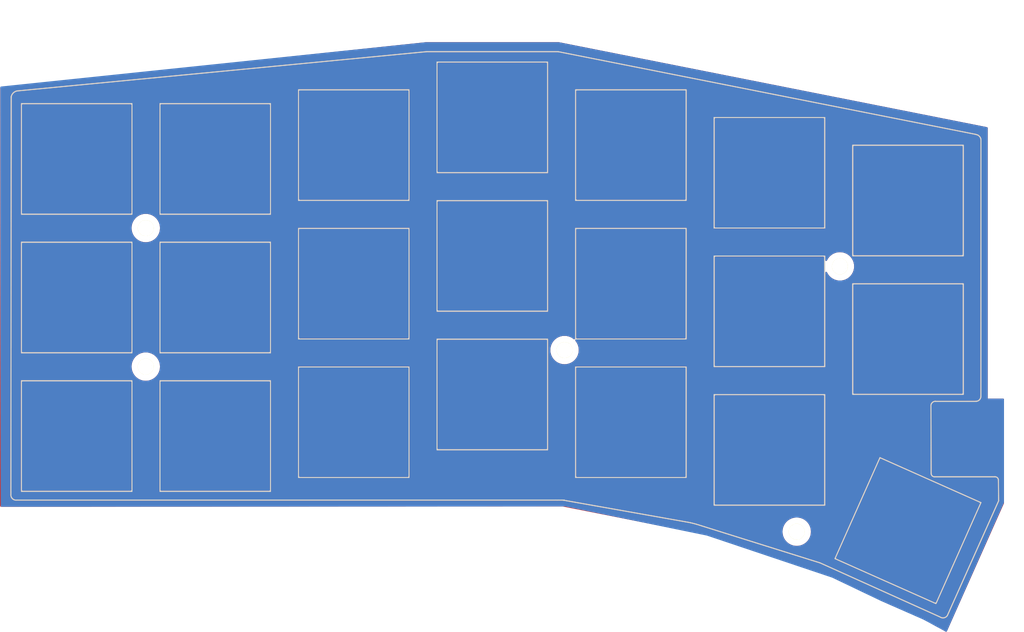
<source format=kicad_pcb>
(kicad_pcb (version 20221018) (generator pcbnew)
  (title_block (title "Pinky3 PCB Design") (date "2018-12-23") (rev "0.3") (company "@tamanishi"))
  (layers (0 "F.Cu" signal) (31 "B.Cu" signal) (34 "B.Paste" user) (35 "F.Paste" user) (36 "B.SilkS" user "B.Silkscreen") (37 "F.SilkS" user "F.Silkscreen") (38 "B.Mask" user) (39 "F.Mask" user) (44 "Edge.Cuts" user))
  (net 0 "")
  (net 1 "GND")
  (footprint "Switch_Keyboard_Hotswap_Kailh:SW_Hotswap_Kailh_Choc_V1V2_hole" (layer "F.Cu") (at 50 69.05 180)
    (fp_text reference "SW2" hide)
    (fp_text value "SW_PUSH" hide)
    (fp_line (start -7.6 -7.6) (end -7.6 7.6) (stroke (width 0.12)) (layer "Edge.Cuts"))
    (fp_line (start -7.6 7.6) (end 7.6 7.6) (stroke (width 0.12)) (layer "Edge.Cuts"))
    (fp_line (start 7.6 -7.6) (end -7.6 -7.6) (stroke (width 0.12)) (layer "Edge.Cuts"))
    (fp_line (start 7.6 7.6) (end 7.6 -7.6) (stroke (width 0.12)) (layer "Edge.Cuts"))
  )
  (footprint "Switch_Keyboard_Hotswap_Kailh:SW_Hotswap_Kailh_Choc_V1V2_hole" (layer "F.Cu") (at 50 88.1 180)
    (fp_text reference "SW3" hide)
    (fp_text value "SW_PUSH" hide)
    (fp_line (start -7.6 -7.6) (end -7.6 7.6) (stroke (width 0.12)) (layer "Edge.Cuts"))
    (fp_line (start -7.6 7.6) (end 7.6 7.6) (stroke (width 0.12)) (layer "Edge.Cuts"))
    (fp_line (start 7.6 -7.6) (end -7.6 -7.6) (stroke (width 0.12)) (layer "Edge.Cuts"))
    (fp_line (start 7.6 7.6) (end 7.6 -7.6) (stroke (width 0.12)) (layer "Edge.Cuts"))
  )
  (footprint "Switch_Keyboard_Hotswap_Kailh:SW_Hotswap_Kailh_Choc_V1V2_hole" (layer "F.Cu") (at 50 107.15 180)
    (fp_text reference "SW4" hide)
    (fp_text value "SW_PUSH" hide)
    (fp_line (start -7.6 -7.6) (end -7.6 7.6) (stroke (width 0.12)) (layer "Edge.Cuts"))
    (fp_line (start -7.6 7.6) (end 7.6 7.6) (stroke (width 0.12)) (layer "Edge.Cuts"))
    (fp_line (start 7.6 -7.6) (end -7.6 -7.6) (stroke (width 0.12)) (layer "Edge.Cuts"))
    (fp_line (start 7.6 7.6) (end 7.6 -7.6) (stroke (width 0.12)) (layer "Edge.Cuts"))
  )
  (footprint "Switch_Keyboard_Hotswap_Kailh:SW_Hotswap_Kailh_Choc_V1V2_hole" (layer "F.Cu") (at 69.05 69.05 180)
    (fp_text reference "SW5" hide)
    (fp_text value "SW_PUSH" hide)
    (fp_line (start -7.6 -7.6) (end -7.6 7.6) (stroke (width 0.12)) (layer "Edge.Cuts"))
    (fp_line (start -7.6 7.6) (end 7.6 7.6) (stroke (width 0.12)) (layer "Edge.Cuts"))
    (fp_line (start 7.6 -7.6) (end -7.6 -7.6) (stroke (width 0.12)) (layer "Edge.Cuts"))
    (fp_line (start 7.6 7.6) (end 7.6 -7.6) (stroke (width 0.12)) (layer "Edge.Cuts"))
  )
  (footprint "Switch_Keyboard_Hotswap_Kailh:SW_Hotswap_Kailh_Choc_V1V2_hole" (layer "F.Cu") (at 69.05 88.1 180)
    (fp_text reference "SW6" hide)
    (fp_text value "SW_PUSH" hide)
    (fp_line (start -7.6 -7.6) (end -7.6 7.6) (stroke (width 0.12)) (layer "Edge.Cuts"))
    (fp_line (start -7.6 7.6) (end 7.6 7.6) (stroke (width 0.12)) (layer "Edge.Cuts"))
    (fp_line (start 7.6 -7.6) (end -7.6 -7.6) (stroke (width 0.12)) (layer "Edge.Cuts"))
    (fp_line (start 7.6 7.6) (end 7.6 -7.6) (stroke (width 0.12)) (layer "Edge.Cuts"))
  )
  (footprint "Switch_Keyboard_Hotswap_Kailh:SW_Hotswap_Kailh_Choc_V1V2_hole" (layer "F.Cu") (at 69.05 107.15 180)
    (fp_text reference "SW7" hide)
    (fp_text value "SW_PUSH" hide)
    (fp_line (start -7.6 -7.6) (end -7.6 7.6) (stroke (width 0.12)) (layer "Edge.Cuts"))
    (fp_line (start -7.6 7.6) (end 7.6 7.6) (stroke (width 0.12)) (layer "Edge.Cuts"))
    (fp_line (start 7.6 -7.6) (end -7.6 -7.6) (stroke (width 0.12)) (layer "Edge.Cuts"))
    (fp_line (start 7.6 7.6) (end 7.6 -7.6) (stroke (width 0.12)) (layer "Edge.Cuts"))
  )
  (footprint "Switch_Keyboard_Hotswap_Kailh:SW_Hotswap_Kailh_Choc_V1V2_hole" (layer "F.Cu") (at 88.1 67.145 180)
    (fp_text reference "SW8" hide)
    (fp_text value "SW_PUSH" hide)
    (fp_line (start -7.6 -7.6) (end -7.6 7.6) (stroke (width 0.12)) (layer "Edge.Cuts"))
    (fp_line (start -7.6 7.6) (end 7.6 7.6) (stroke (width 0.12)) (layer "Edge.Cuts"))
    (fp_line (start 7.6 -7.6) (end -7.6 -7.6) (stroke (width 0.12)) (layer "Edge.Cuts"))
    (fp_line (start 7.6 7.6) (end 7.6 -7.6) (stroke (width 0.12)) (layer "Edge.Cuts"))
  )
  (footprint "Switch_Keyboard_Hotswap_Kailh:SW_Hotswap_Kailh_Choc_V1V2_hole" (layer "F.Cu") (at 88.1 86.195 180)
    (fp_text reference "SW9" hide)
    (fp_text value "SW_PUSH" hide)
    (fp_line (start -7.6 -7.6) (end -7.6 7.6) (stroke (width 0.12)) (layer "Edge.Cuts"))
    (fp_line (start -7.6 7.6) (end 7.6 7.6) (stroke (width 0.12)) (layer "Edge.Cuts"))
    (fp_line (start 7.6 -7.6) (end -7.6 -7.6) (stroke (width 0.12)) (layer "Edge.Cuts"))
    (fp_line (start 7.6 7.6) (end 7.6 -7.6) (stroke (width 0.12)) (layer "Edge.Cuts"))
  )
  (footprint "Switch_Keyboard_Hotswap_Kailh:SW_Hotswap_Kailh_Choc_V1V2_hole" (layer "F.Cu") (at 88.1 105.245 180)
    (fp_text reference "SW10" hide)
    (fp_text value "SW_PUSH" hide)
    (fp_line (start -7.6 -7.6) (end -7.6 7.6) (stroke (width 0.12)) (layer "Edge.Cuts"))
    (fp_line (start -7.6 7.6) (end 7.6 7.6) (stroke (width 0.12)) (layer "Edge.Cuts"))
    (fp_line (start 7.6 -7.6) (end -7.6 -7.6) (stroke (width 0.12)) (layer "Edge.Cuts"))
    (fp_line (start 7.6 7.6) (end 7.6 -7.6) (stroke (width 0.12)) (layer "Edge.Cuts"))
  )
  (footprint "Switch_Keyboard_Hotswap_Kailh:SW_Hotswap_Kailh_Choc_V1V2_hole" (layer "F.Cu") (at 107.15 63.335 180)
    (fp_text reference "SW11" hide)
    (fp_text value "SW_PUSH" hide)
    (fp_line (start -7.6 -7.6) (end -7.6 7.6) (stroke (width 0.12)) (layer "Edge.Cuts"))
    (fp_line (start -7.6 7.6) (end 7.6 7.6) (stroke (width 0.12)) (layer "Edge.Cuts"))
    (fp_line (start 7.6 -7.6) (end -7.6 -7.6) (stroke (width 0.12)) (layer "Edge.Cuts"))
    (fp_line (start 7.6 7.6) (end 7.6 -7.6) (stroke (width 0.12)) (layer "Edge.Cuts"))
  )
  (footprint "Switch_Keyboard_Hotswap_Kailh:SW_Hotswap_Kailh_Choc_V1V2_hole" (layer "F.Cu") (at 107.15 82.385 180)
    (fp_text reference "SW12" hide)
    (fp_text value "SW_PUSH" hide)
    (fp_line (start -7.6 -7.6) (end -7.6 7.6) (stroke (width 0.12)) (layer "Edge.Cuts"))
    (fp_line (start -7.6 7.6) (end 7.6 7.6) (stroke (width 0.12)) (layer "Edge.Cuts"))
    (fp_line (start 7.6 -7.6) (end -7.6 -7.6) (stroke (width 0.12)) (layer "Edge.Cuts"))
    (fp_line (start 7.6 7.6) (end 7.6 -7.6) (stroke (width 0.12)) (layer "Edge.Cuts"))
  )
  (footprint "Switch_Keyboard_Hotswap_Kailh:SW_Hotswap_Kailh_Choc_V1V2_hole" (layer "F.Cu") (at 107.15 101.435 180)
    (fp_text reference "SW13" hide)
    (fp_text value "SW_PUSH" hide)
    (fp_line (start -7.6 -7.6) (end -7.6 7.6) (stroke (width 0.12)) (layer "Edge.Cuts"))
    (fp_line (start -7.6 7.6) (end 7.6 7.6) (stroke (width 0.12)) (layer "Edge.Cuts"))
    (fp_line (start 7.6 -7.6) (end -7.6 -7.6) (stroke (width 0.12)) (layer "Edge.Cuts"))
    (fp_line (start 7.6 7.6) (end 7.6 -7.6) (stroke (width 0.12)) (layer "Edge.Cuts"))
  )
  (footprint "Switch_Keyboard_Hotswap_Kailh:SW_Hotswap_Kailh_Choc_V1V2_hole" (layer "F.Cu") (at 126.2 67.145 180)
    (fp_text reference "SW15" hide)
    (fp_text value "SW_PUSH" hide)
    (fp_line (start -7.6 -7.6) (end -7.6 7.6) (stroke (width 0.12)) (layer "Edge.Cuts"))
    (fp_line (start -7.6 7.6) (end 7.6 7.6) (stroke (width 0.12)) (layer "Edge.Cuts"))
    (fp_line (start 7.6 -7.6) (end -7.6 -7.6) (stroke (width 0.12)) (layer "Edge.Cuts"))
    (fp_line (start 7.6 7.6) (end 7.6 -7.6) (stroke (width 0.12)) (layer "Edge.Cuts"))
  )
  (footprint "Switch_Keyboard_Hotswap_Kailh:SW_Hotswap_Kailh_Choc_V1V2_hole" (layer "F.Cu") (at 126.2 86.195 180)
    (fp_text reference "SW16" hide)
    (fp_text value "SW_PUSH" hide)
    (fp_line (start -7.6 -7.6) (end -7.6 7.6) (stroke (width 0.12)) (layer "Edge.Cuts"))
    (fp_line (start -7.6 7.6) (end 7.6 7.6) (stroke (width 0.12)) (layer "Edge.Cuts"))
    (fp_line (start 7.6 -7.6) (end -7.6 -7.6) (stroke (width 0.12)) (layer "Edge.Cuts"))
    (fp_line (start 7.6 7.6) (end 7.6 -7.6) (stroke (width 0.12)) (layer "Edge.Cuts"))
  )
  (footprint "Switch_Keyboard_Hotswap_Kailh:SW_Hotswap_Kailh_Choc_V1V2_hole" (layer "F.Cu") (at 126.2 105.245 180)
    (fp_text reference "SW17" hide)
    (fp_text value "SW_PUSH" hide)
    (fp_line (start -7.6 -7.6) (end -7.6 7.6) (stroke (width 0.12)) (layer "Edge.Cuts"))
    (fp_line (start -7.6 7.6) (end 7.6 7.6) (stroke (width 0.12)) (layer "Edge.Cuts"))
    (fp_line (start 7.6 -7.6) (end -7.6 -7.6) (stroke (width 0.12)) (layer "Edge.Cuts"))
    (fp_line (start 7.6 7.6) (end 7.6 -7.6) (stroke (width 0.12)) (layer "Edge.Cuts"))
  )
  (footprint "Switch_Keyboard_Hotswap_Kailh:SW_Hotswap_Kailh_Choc_V1V2_hole" (layer "F.Cu") (at 145.25 70.955 180)
    (fp_text reference "SW19" hide)
    (fp_text value "SW_PUSH" hide)
    (fp_line (start -7.6 -7.6) (end -7.6 7.6) (stroke (width 0.12)) (layer "Edge.Cuts"))
    (fp_line (start -7.6 7.6) (end 7.6 7.6) (stroke (width 0.12)) (layer "Edge.Cuts"))
    (fp_line (start 7.6 -7.6) (end -7.6 -7.6) (stroke (width 0.12)) (layer "Edge.Cuts"))
    (fp_line (start 7.6 7.6) (end 7.6 -7.6) (stroke (width 0.12)) (layer "Edge.Cuts"))
  )
  (footprint "Switch_Keyboard_Hotswap_Kailh:SW_Hotswap_Kailh_Choc_V1V2_hole" (layer "F.Cu") (at 145.25 90.005 180)
    (fp_text reference "SW20" hide)
    (fp_text value "SW_PUSH" hide)
    (fp_line (start -7.6 -7.6) (end -7.6 7.6) (stroke (width 0.12)) (layer "Edge.Cuts"))
    (fp_line (start -7.6 7.6) (end 7.6 7.6) (stroke (width 0.12)) (layer "Edge.Cuts"))
    (fp_line (start 7.6 -7.6) (end -7.6 -7.6) (stroke (width 0.12)) (layer "Edge.Cuts"))
    (fp_line (start 7.6 7.6) (end 7.6 -7.6) (stroke (width 0.12)) (layer "Edge.Cuts"))
  )
  (footprint "Switch_Keyboard_Hotswap_Kailh:SW_Hotswap_Kailh_Choc_V1V2_hole" (layer "F.Cu") (at 145.25 109.055 180)
    (fp_text reference "SW21" hide)
    (fp_text value "SW_PUSH" hide)
    (fp_line (start -7.6 -7.6) (end -7.6 7.6) (stroke (width 0.12)) (layer "Edge.Cuts"))
    (fp_line (start -7.6 7.6) (end 7.6 7.6) (stroke (width 0.12)) (layer "Edge.Cuts"))
    (fp_line (start 7.6 -7.6) (end -7.6 -7.6) (stroke (width 0.12)) (layer "Edge.Cuts"))
    (fp_line (start 7.6 7.6) (end 7.6 -7.6) (stroke (width 0.12)) (layer "Edge.Cuts"))
  )
  (footprint "Switch_Keyboard_Hotswap_Kailh:SW_Hotswap_Kailh_Choc_V1V2_hole" (layer "F.Cu") (at 164.3 74.765 180)
    (fp_text reference "SW23" hide)
    (fp_text value "SW_PUSH" hide)
    (fp_line (start -7.6 -7.6) (end -7.6 7.6) (stroke (width 0.12)) (layer "Edge.Cuts"))
    (fp_line (start -7.6 7.6) (end 7.6 7.6) (stroke (width 0.12)) (layer "Edge.Cuts"))
    (fp_line (start 7.6 -7.6) (end -7.6 -7.6) (stroke (width 0.12)) (layer "Edge.Cuts"))
    (fp_line (start 7.6 7.6) (end 7.6 -7.6) (stroke (width 0.12)) (layer "Edge.Cuts"))
  )
  (footprint "Switch_Keyboard_Hotswap_Kailh:SW_Hotswap_Kailh_Choc_V1V2_hole" (layer "F.Cu") (at 164.3 93.815 180)
    (fp_text reference "SW24" hide)
    (fp_text value "SW_PUSH" hide)
    (fp_line (start -7.6 -7.6) (end -7.6 7.6) (stroke (width 0.12)) (layer "Edge.Cuts"))
    (fp_line (start -7.6 7.6) (end 7.6 7.6) (stroke (width 0.12)) (layer "Edge.Cuts"))
    (fp_line (start 7.6 -7.6) (end -7.6 -7.6) (stroke (width 0.12)) (layer "Edge.Cuts"))
    (fp_line (start 7.6 7.6) (end 7.6 -7.6) (stroke (width 0.12)) (layer "Edge.Cuts"))
  )
  (footprint "kbd:HOLE_M2" (layer "F.Cu") (at 117.077615 95.32352)
    (fp_text reference "HOLE_M2" hide)
    (fp_text value "VAL**" hide)
    (pad "" np_thru_hole circle (at 0 0) (size 2.2 2.2) (drill 2.2) (layers "F&B.Cu" "*.Mask" "F.SilkS") (clearance 0.85))
  )
  (footprint "kbd:HOLE_M2" (layer "F.Cu") (at 59.5 78.55)
    (fp_text reference "HOLE_M2" hide)
    (fp_text value "VAL**" hide)
    (pad "" np_thru_hole circle (at 0 0) (size 2.2 2.2) (drill 2.2) (layers "F&B.Cu" "*.Mask" "F.SilkS") (clearance 0.85))
  )
  (footprint "kbd:HOLE_M2" (layer "F.Cu") (at 149 120.3)
    (fp_text reference "HOLE_M2" hide)
    (fp_text value "VAL**" hide)
    (pad "" np_thru_hole circle (at 0 0) (size 2.2 2.2) (drill 2.2) (layers "F&B.Cu" "*.Mask" "F.SilkS") (clearance 0.85))
  )
  (footprint "kbd:HOLE_M2" (layer "F.Cu") (at 59.5 97.6)
    (fp_text reference "HOLE_M2" hide)
    (fp_text value "VAL**" hide)
    (pad "" np_thru_hole circle (at 0 0) (size 2.2 2.2) (drill 2.2) (layers "F&B.Cu" "*.Mask" "F.SilkS") (clearance 0.85))
  )
  (footprint "Switch_Keyboard_Hotswap_Kailh:SW_Hotswap_Kailh_Choc_V1V2_hole" (layer "F.Cu") (at 164.294814 120.153718 156)
    (fp_text reference "SW21" hide)
    (fp_text value "SW_PUSH" hide)
    (fp_line (start -7.6 -7.6) (end -7.6 7.6) (stroke (width 0.12)) (layer "Edge.Cuts"))
    (fp_line (start -7.6 7.6) (end 7.6 7.6) (stroke (width 0.12)) (layer "Edge.Cuts"))
    (fp_line (start 7.6 -7.6) (end -7.6 -7.6) (stroke (width 0.12)) (layer "Edge.Cuts"))
    (fp_line (start 7.6 7.6) (end 7.6 -7.6) (stroke (width 0.12)) (layer "Edge.Cuts"))
  )
  (footprint "kbd:HOLE_M2" (layer "F.Cu") (at 154.94 83.82)
    (fp_text reference "HOLE_M2" hide)
    (fp_text value "VAL**" hide)
    (pad "" np_thru_hole circle (at 0 0) (size 2.2 2.2) (drill 2.2) (layers "F&B.Cu" "*.Mask" "F.SilkS") (clearance 0.85))
  )
  (footprint "Switch_Keyboard_Hotswap_Kailh:SW_Hotswap_Kailh_Choc_V1V2_hole" (layer "B.Cu") (at 69.05 88.1)
    (fp_text reference "SW5" hide)
    (fp_text value "SW_PUSH" hide)
    (fp_line (start -7.6 -7.6) (end 7.6 -7.6) (stroke (width 0.12)) (layer "Edge.Cuts"))
    (fp_line (start -7.6 7.6) (end -7.6 -7.6) (stroke (width 0.12)) (layer "Edge.Cuts"))
    (fp_line (start 7.6 -7.6) (end 7.6 7.6) (stroke (width 0.12)) (layer "Edge.Cuts"))
    (fp_line (start 7.6 7.6) (end -7.6 7.6) (stroke (width 0.12)) (layer "Edge.Cuts"))
  )
  (footprint "Switch_Keyboard_Hotswap_Kailh:SW_Hotswap_Kailh_Choc_V1V2_hole" (layer "B.Cu") (at 126.2 105.245)
    (fp_text reference "SW5" hide)
    (fp_text value "SW_PUSH" hide)
    (fp_line (start -7.6 -7.6) (end 7.6 -7.6) (stroke (width 0.12)) (layer "Edge.Cuts"))
    (fp_line (start -7.6 7.6) (end -7.6 -7.6) (stroke (width 0.12)) (layer "Edge.Cuts"))
    (fp_line (start 7.6 -7.6) (end 7.6 7.6) (stroke (width 0.12)) (layer "Edge.Cuts"))
    (fp_line (start 7.6 7.6) (end -7.6 7.6) (stroke (width 0.12)) (layer "Edge.Cuts"))
  )
  (footprint "Switch_Keyboard_Hotswap_Kailh:SW_Hotswap_Kailh_Choc_V1V2_hole" (layer "B.Cu") (at 145.25 109.055)
    (fp_text reference "SW5" hide)
    (fp_text value "SW_PUSH" hide)
    (fp_line (start -7.6 -7.6) (end 7.6 -7.6) (stroke (width 0.12)) (layer "Edge.Cuts"))
    (fp_line (start -7.6 7.6) (end -7.6 -7.6) (stroke (width 0.12)) (layer "Edge.Cuts"))
    (fp_line (start 7.6 -7.6) (end 7.6 7.6) (stroke (width 0.12)) (layer "Edge.Cuts"))
    (fp_line (start 7.6 7.6) (end -7.6 7.6) (stroke (width 0.12)) (layer "Edge.Cuts"))
  )
  (footprint "Switch_Keyboard_Hotswap_Kailh:SW_Hotswap_Kailh_Choc_V1V2_hole" (layer "B.Cu") (at 69.05 107.15)
    (fp_text reference "SW5" hide)
    (fp_text value "SW_PUSH" hide)
    (fp_line (start -7.6 -7.6) (end 7.6 -7.6) (stroke (width 0.12)) (layer "Edge.Cuts"))
    (fp_line (start -7.6 7.6) (end -7.6 -7.6) (stroke (width 0.12)) (layer "Edge.Cuts"))
    (fp_line (start 7.6 -7.6) (end 7.6 7.6) (stroke (width 0.12)) (layer "Edge.Cuts"))
    (fp_line (start 7.6 7.6) (end -7.6 7.6) (stroke (width 0.12)) (layer "Edge.Cuts"))
  )
  (footprint "Switch_Keyboard_Hotswap_Kailh:SW_Hotswap_Kailh_Choc_V1V2_hole" (layer "B.Cu") (at 50 69.05)
    (fp_text reference "SW2" hide)
    (fp_text value "SW_PUSH")
    (fp_line (start -7.6 -7.6) (end 7.6 -7.6) (stroke (width 0.12)) (layer "Edge.Cuts"))
    (fp_line (start -7.6 7.6) (end -7.6 -7.6) (stroke (width 0.12)) (layer "Edge.Cuts"))
    (fp_line (start 7.6 -7.6) (end 7.6 7.6) (stroke (width 0.12)) (layer "Edge.Cuts"))
    (fp_line (start 7.6 7.6) (end -7.6 7.6) (stroke (width 0.12)) (layer "Edge.Cuts"))
  )
  (footprint "Switch_Keyboard_Hotswap_Kailh:SW_Hotswap_Kailh_Choc_V1V2_hole" (layer "B.Cu") (at 88.1 67.145)
    (fp_text reference "SW5" hide)
    (fp_text value "SW_PUSH" hide)
    (fp_line (start -7.6 -7.6) (end 7.6 -7.6) (stroke (width 0.12)) (layer "Edge.Cuts"))
    (fp_line (start -7.6 7.6) (end -7.6 -7.6) (stroke (width 0.12)) (layer "Edge.Cuts"))
    (fp_line (start 7.6 -7.6) (end 7.6 7.6) (stroke (width 0.12)) (layer "Edge.Cuts"))
    (fp_line (start 7.6 7.6) (end -7.6 7.6) (stroke (width 0.12)) (layer "Edge.Cuts"))
  )
  (footprint "Switch_Keyboard_Hotswap_Kailh:SW_Hotswap_Kailh_Choc_V1V2_hole" (layer "B.Cu") (at 126.2 86.195)
    (fp_text reference "SW5" hide)
    (fp_text value "SW_PUSH" hide)
    (fp_line (start -7.6 -7.6) (end 7.6 -7.6) (stroke (width 0.12)) (layer "Edge.Cuts"))
    (fp_line (start -7.6 7.6) (end -7.6 -7.6) (stroke (width 0.12)) (layer "Edge.Cuts"))
    (fp_line (start 7.6 -7.6) (end 7.6 7.6) (stroke (width 0.12)) (layer "Edge.Cuts"))
    (fp_line (start 7.6 7.6) (end -7.6 7.6) (stroke (width 0.12)) (layer "Edge.Cuts"))
  )
  (footprint "Switch_Keyboard_Hotswap_Kailh:SW_Hotswap_Kailh_Choc_V1V2_hole" (layer "B.Cu") (at 164.3 74.765)
    (fp_text reference "SW5" hide)
    (fp_text value "SW_PUSH" hide)
    (fp_line (start -7.6 -7.6) (end 7.6 -7.6) (stroke (width 0.12)) (layer "Edge.Cuts"))
    (fp_line (start -7.6 7.6) (end -7.6 -7.6) (stroke (width 0.12)) (layer "Edge.Cuts"))
    (fp_line (start 7.6 -7.6) (end 7.6 7.6) (stroke (width 0.12)) (layer "Edge.Cuts"))
    (fp_line (start 7.6 7.6) (end -7.6 7.6) (stroke (width 0.12)) (layer "Edge.Cuts"))
  )
  (footprint "Switch_Keyboard_Hotswap_Kailh:SW_Hotswap_Kailh_Choc_V1V2_hole" (layer "B.Cu") (at 126.2 67.145)
    (fp_text reference "SW5" hide)
    (fp_text value "SW_PUSH")
    (fp_line (start -7.6 -7.6) (end 7.6 -7.6) (stroke (width 0.12)) (layer "Edge.Cuts"))
    (fp_line (start -7.6 7.6) (end -7.6 -7.6) (stroke (width 0.12)) (layer "Edge.Cuts"))
    (fp_line (start 7.6 -7.6) (end 7.6 7.6) (stroke (width 0.12)) (layer "Edge.Cuts"))
    (fp_line (start 7.6 7.6) (end -7.6 7.6) (stroke (width 0.12)) (layer "Edge.Cuts"))
  )
  (footprint "Switch_Keyboard_Hotswap_Kailh:SW_Hotswap_Kailh_Choc_V1V2_hole" (layer "B.Cu") (at 88.1 105.245)
    (fp_text reference "SW5" hide)
    (fp_text value "SW_PUSH" hide)
    (fp_line (start -7.6 -7.6) (end 7.6 -7.6) (stroke (width 0.12)) (layer "Edge.Cuts"))
    (fp_line (start -7.6 7.6) (end -7.6 -7.6) (stroke (width 0.12)) (layer "Edge.Cuts"))
    (fp_line (start 7.6 -7.6) (end 7.6 7.6) (stroke (width 0.12)) (layer "Edge.Cuts"))
    (fp_line (start 7.6 7.6) (end -7.6 7.6) (stroke (width 0.12)) (layer "Edge.Cuts"))
  )
  (footprint "Switch_Keyboard_Hotswap_Kailh:SW_Hotswap_Kailh_Choc_V1V2_hole" (layer "B.Cu") (at 69.05 69.05)
    (fp_text reference "SW5" hide)
    (fp_text value "SW_PUSH")
    (fp_line (start -7.6 -7.6) (end 7.6 -7.6) (stroke (width 0.12)) (layer "Edge.Cuts"))
    (fp_line (start -7.6 7.6) (end -7.6 -7.6) (stroke (width 0.12)) (layer "Edge.Cuts"))
    (fp_line (start 7.6 -7.6) (end 7.6 7.6) (stroke (width 0.12)) (layer "Edge.Cuts"))
    (fp_line (start 7.6 7.6) (end -7.6 7.6) (stroke (width 0.12)) (layer "Edge.Cuts"))
  )
  (footprint "Switch_Keyboard_Hotswap_Kailh:SW_Hotswap_Kailh_Choc_V1V2_hole" (layer "B.Cu") (at 107.15 82.385)
    (fp_text reference "SW5" hide)
    (fp_text value "SW_PUSH" hide)
    (fp_line (start -7.6 -7.6) (end 7.6 -7.6) (stroke (width 0.12)) (layer "Edge.Cuts"))
    (fp_line (start -7.6 7.6) (end -7.6 -7.6) (stroke (width 0.12)) (layer "Edge.Cuts"))
    (fp_line (start 7.6 -7.6) (end 7.6 7.6) (stroke (width 0.12)) (layer "Edge.Cuts"))
    (fp_line (start 7.6 7.6) (end -7.6 7.6) (stroke (width 0.12)) (layer "Edge.Cuts"))
  )
  (footprint "Switch_Keyboard_Hotswap_Kailh:SW_Hotswap_Kailh_Choc_V1V2_hole" (layer "B.Cu") (at 145.25 70.955)
    (fp_text reference "SW5" hide)
    (fp_text value "SW_PUSH" hide)
    (fp_line (start -7.6 -7.6) (end 7.6 -7.6) (stroke (width 0.12)) (layer "Edge.Cuts"))
    (fp_line (start -7.6 7.6) (end -7.6 -7.6) (stroke (width 0.12)) (layer "Edge.Cuts"))
    (fp_line (start 7.6 -7.6) (end 7.6 7.6) (stroke (width 0.12)) (layer "Edge.Cuts"))
    (fp_line (start 7.6 7.6) (end -7.6 7.6) (stroke (width 0.12)) (layer "Edge.Cuts"))
  )
  (footprint "Switch_Keyboard_Hotswap_Kailh:SW_Hotswap_Kailh_Choc_V1V2_hole" (layer "B.Cu") (at 107.15 101.435)
    (fp_text reference "SW5" hide)
    (fp_text value "SW_PUSH" hide)
    (fp_line (start -7.6 -7.6) (end 7.6 -7.6) (stroke (width 0.12)) (layer "Edge.Cuts"))
    (fp_line (start -7.6 7.6) (end -7.6 -7.6) (stroke (width 0.12)) (layer "Edge.Cuts"))
    (fp_line (start 7.6 -7.6) (end 7.6 7.6) (stroke (width 0.12)) (layer "Edge.Cuts"))
    (fp_line (start 7.6 7.6) (end -7.6 7.6) (stroke (width 0.12)) (layer "Edge.Cuts"))
  )
  (footprint "Switch_Keyboard_Hotswap_Kailh:SW_Hotswap_Kailh_Choc_V1V2_hole" (layer "B.Cu") (at 50 107.15)
    (fp_text reference "SW5" hide)
    (fp_text value "SW_PUSH" hide)
    (fp_line (start -7.6 -7.6) (end 7.6 -7.6) (stroke (width 0.12)) (layer "Edge.Cuts"))
    (fp_line (start -7.6 7.6) (end -7.6 -7.6) (stroke (width 0.12)) (layer "Edge.Cuts"))
    (fp_line (start 7.6 -7.6) (end 7.6 7.6) (stroke (width 0.12)) (layer "Edge.Cuts"))
    (fp_line (start 7.6 7.6) (end -7.6 7.6) (stroke (width 0.12)) (layer "Edge.Cuts"))
  )
  (footprint "Switch_Keyboard_Hotswap_Kailh:SW_Hotswap_Kailh_Choc_V1V2_hole" (layer "B.Cu") (at 145.25 90.005)
    (fp_text reference "SW5" hide)
    (fp_text value "SW_PUSH" hide)
    (fp_line (start -7.6 -7.6) (end 7.6 -7.6) (stroke (width 0.12)) (layer "Edge.Cuts"))
    (fp_line (start -7.6 7.6) (end -7.6 -7.6) (stroke (width 0.12)) (layer "Edge.Cuts"))
    (fp_line (start 7.6 -7.6) (end 7.6 7.6) (stroke (width 0.12)) (layer "Edge.Cuts"))
    (fp_line (start 7.6 7.6) (end -7.6 7.6) (stroke (width 0.12)) (layer "Edge.Cuts"))
  )
  (footprint "Switch_Keyboard_Hotswap_Kailh:SW_Hotswap_Kailh_Choc_V1V2_hole" (layer "B.Cu") (at 164.3 93.815)
    (fp_text reference "SW5" hide)
    (fp_text value "SW_PUSH" hide)
    (fp_line (start -7.6 -7.6) (end 7.6 -7.6) (stroke (width 0.12)) (layer "Edge.Cuts"))
    (fp_line (start -7.6 7.6) (end -7.6 -7.6) (stroke (width 0.12)) (layer "Edge.Cuts"))
    (fp_line (start 7.6 -7.6) (end 7.6 7.6) (stroke (width 0.12)) (layer "Edge.Cuts"))
    (fp_line (start 7.6 7.6) (end -7.6 7.6) (stroke (width 0.12)) (layer "Edge.Cuts"))
  )
  (footprint "Switch_Keyboard_Hotswap_Kailh:SW_Hotswap_Kailh_Choc_V1V2_hole" (layer "B.Cu") (at 164.294814 120.153718 156)
    (fp_text reference "SW5" hide)
    (fp_text value "SW_PUSH" hide)
    (fp_line (start -7.6 -7.6) (end 7.6 -7.6) (stroke (width 0.12)) (layer "Edge.Cuts"))
    (fp_line (start -7.6 7.6) (end -7.6 -7.6) (stroke (width 0.12)) (layer "Edge.Cuts"))
    (fp_line (start 7.6 -7.6) (end 7.6 7.6) (stroke (width 0.12)) (layer "Edge.Cuts"))
    (fp_line (start 7.6 7.6) (end -7.6 7.6) (stroke (width 0.12)) (layer "Edge.Cuts"))
  )
  (footprint "Switch_Keyboard_Hotswap_Kailh:SW_Hotswap_Kailh_Choc_V1V2_hole" (layer "B.Cu") (at 107.15 63.335)
    (fp_text reference "SW5" hide)
    (fp_text value "SW_PUSH")
    (fp_line (start -7.6 -7.6) (end 7.6 -7.6) (stroke (width 0.12)) (layer "Edge.Cuts"))
    (fp_line (start -7.6 7.6) (end -7.6 -7.6) (stroke (width 0.12)) (layer "Edge.Cuts"))
    (fp_line (start 7.6 -7.6) (end 7.6 7.6) (stroke (width 0.12)) (layer "Edge.Cuts"))
    (fp_line (start 7.6 7.6) (end -7.6 7.6) (stroke (width 0.12)) (layer "Edge.Cuts"))
  )
  (footprint "Switch_Keyboard_Hotswap_Kailh:SW_Hotswap_Kailh_Choc_V1V2_hole" (layer "B.Cu") (at 88.1 86.195)
    (fp_text reference "SW5" hide)
    (fp_text value "SW_PUSH" hide)
    (fp_line (start -7.6 -7.6) (end 7.6 -7.6) (stroke (width 0.12)) (layer "Edge.Cuts"))
    (fp_line (start -7.6 7.6) (end -7.6 -7.6) (stroke (width 0.12)) (layer "Edge.Cuts"))
    (fp_line (start 7.6 -7.6) (end 7.6 7.6) (stroke (width 0.12)) (layer "Edge.Cuts"))
    (fp_line (start 7.6 7.6) (end -7.6 7.6) (stroke (width 0.12)) (layer "Edge.Cuts"))
  )
  (footprint "Switch_Keyboard_Hotswap_Kailh:SW_Hotswap_Kailh_Choc_V1V2_hole" (layer "B.Cu") (at 50 88.1)
    (fp_text reference "SW5" hide)
    (fp_text value "SW_PUSH" hide)
    (fp_line (start -7.6 -7.6) (end 7.6 -7.6) (stroke (width 0.12)) (layer "Edge.Cuts"))
    (fp_line (start -7.6 7.6) (end -7.6 -7.6) (stroke (width 0.12)) (layer "Edge.Cuts"))
    (fp_line (start 7.6 -7.6) (end 7.6 7.6) (stroke (width 0.12)) (layer "Edge.Cuts"))
    (fp_line (start 7.6 7.6) (end -7.6 7.6) (stroke (width 0.12)) (layer "Edge.Cuts"))
  )
  (gr_arc (start 167.45566 102.929155) (mid 167.652374 102.532193) (end 168.065385 102.371888) (stroke (width 0.15)) (layer "Edge.Cuts"))
  (gr_arc (start 174.321644 101.680466) (mid 174.116603 102.175414) (end 173.621644 102.380466) (stroke (width 0.15)) (layer "Edge.Cuts"))
  (gr_line (start 167.45566 102.929155) (end 167.484466 112.293937) (stroke (width 0.15)) (layer "Edge.Cuts"))
  (gr_line (start 40.953528 115.256357) (end 41 60.5) (stroke (width 0.15)) (layer "Edge.Cuts"))
  (gr_line (start 134.356305 119.056208) (end 135.156305 119.256208) (stroke (width 0.15)) (layer "Edge.Cuts"))
  (gr_line (start 174.332005 66.387365) (end 174.321644 101.680466) (stroke (width 0.15)) (layer "Edge.Cuts"))
  (gr_line (start 176.732008 113.209406) (end 176.762376 116.054653) (stroke (width 0.15)) (layer "Edge.Cuts"))
  (gr_line (start 135.156305 119.256208) (end 152.215954 124.591175) (stroke (width 0.15)) (layer "Edge.Cuts"))
  (gr_line (start 116.053528 115.956357) (end 117.053528 115.956357) (stroke (width 0.15)) (layer "Edge.Cuts"))
  (gr_line (start 116.2 54.3) (end 173.640321 65.677205) (stroke (width 0.15)) (layer "Edge.Cuts"))
  (gr_line (start 169.712365 131.828456) (end 176.762376 116.054653) (stroke (width 0.15)) (layer "Edge.Cuts"))
  (gr_line (start 167.997968 102.381794) (end 173.621644 102.380466) (stroke (width 0.15)) (layer "Edge.Cuts"))
  (gr_arc (start 176.224544 112.751601) (mid 176.580058 112.867681) (end 176.732008 113.209406) (stroke (width 0.15)) (layer "Edge.Cuts"))
  (gr_line (start 152.215954 124.591175) (end 168.712365 132.028456) (stroke (width 0.15)) (layer "Edge.Cuts"))
  (gr_arc (start 41.653528 115.956357) (mid 41.158553 115.751332) (end 40.953528 115.256357) (stroke (width 0.15)) (layer "Edge.Cuts"))
  (gr_line (start 168.026251 112.749456) (end 176.242652 112.749456) (stroke (width 0.15)) (layer "Edge.Cuts"))
  (gr_line (start 98.1 54.3) (end 116.2 54.3) (stroke (width 0.15)) (layer "Edge.Cuts"))
  (gr_line (start 116.053528 115.956357) (end 41.653528 115.956357) (stroke (width 0.15)) (layer "Edge.Cuts"))
  (gr_arc (start 169.712365 131.828456) (mid 169.253786 132.135563) (end 168.712365 132.028456) (stroke (width 0.15)) (layer "Edge.Cuts"))
  (gr_arc (start 167.99193 112.751742) (mid 167.636416 112.635662) (end 167.484466 112.293937) (stroke (width 0.15)) (layer "Edge.Cuts"))
  (gr_line (start 41.8 59.7) (end 98.1 54.3) (stroke (width 0.15)) (layer "Edge.Cuts"))
  (gr_line (start 116.856305 115.956208) (end 134.356305 119.056208) (stroke (width 0.15)) (layer "Edge.Cuts"))
  (gr_arc (start 173.632704 65.687453) (mid 174.102342 65.917526) (end 174.332005 66.387365) (stroke (width 0.15)) (layer "Edge.Cuts"))
  (gr_arc (start 40.994153 60.531857) (mid 41.267529 59.990432) (end 41.8 59.7) (stroke (width 0.15)) (layer "Edge.Cuts"))
  (zone (net 1) (net_name "GND") (layer "F.Cu") (connect_pads (clearance 0.3)) (min_thickness 0.254) (fill yes (thermal_gap 0.508) (thermal_bridge_width 0.508))
    (polygon (pts (xy 39.5 59.2) (xy 39.457081 116.866507) (xy 116.84 116.84) (xy 136.726703 120.769022) (xy 153.582911 126.43815) (xy 161.368514 130.141981) (xy 166.261467 132.243455) (xy 169.6 134.1) (xy 177.5 116.4) (xy 177.5 102) (xy 175.26 102) (xy 175.26 64.7) (xy 116.3 53) (xy 98 53)))
  )
  (zone (net 1) (net_name "GND") (layer "B.Cu") (connect_pads (clearance 0.3)) (min_thickness 0.254) (fill yes (thermal_gap 0.508) (thermal_bridge_width 0.508))
    (polygon (pts (xy 39.5 59.1) (xy 39.563251 116.878779) (xy 117.146347 116.826301) (xy 136.642954 120.834169) (xy 153.893694 126.624077) (xy 160.531725 129.796972) (xy 166.430695 132.389383) (xy 169.6 134.1) (xy 177.5 116.3) (xy 177.5 102) (xy 175.26 102) (xy 175.26 64.7) (xy 116.3 53) (xy 98 53)))
  )
)
</source>
